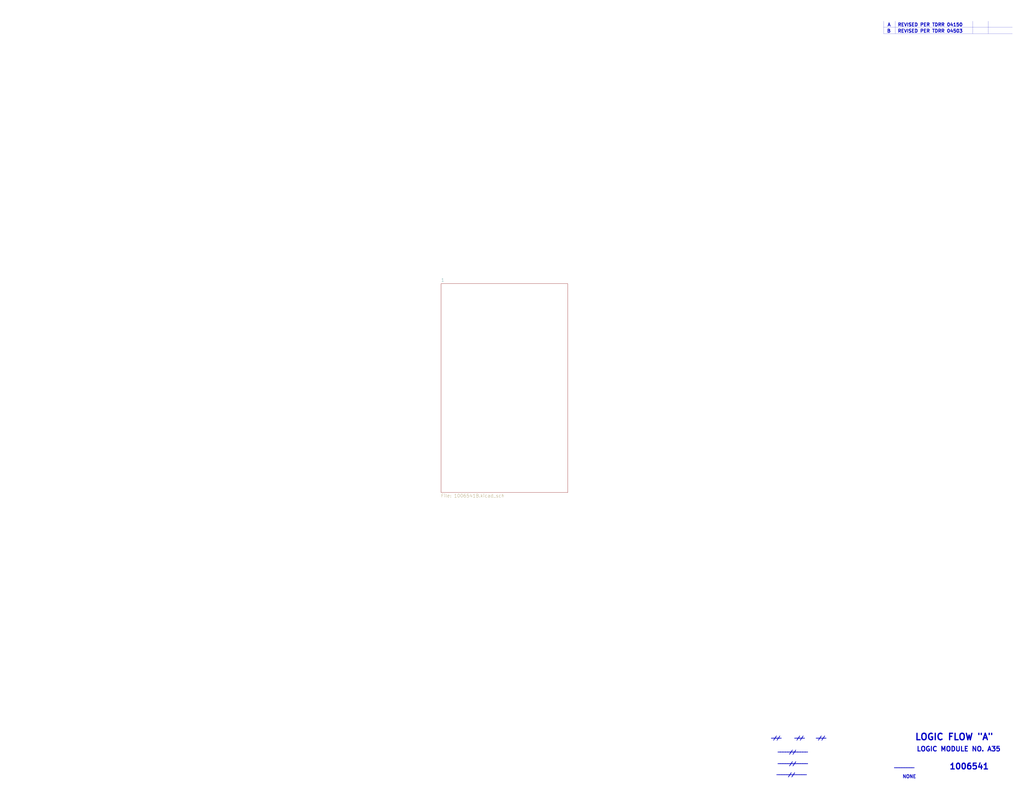
<source format=kicad_sch>
(kicad_sch (version 20211123) (generator eeschema)
  (paper "E")
  (lib_symbols)
  (polyline (pts (xy 964.311 36.703) (xy 1104.9 36.703)) (stroke (width 0) (type solid)))
  (polyline (pts (xy 964.311 29.718) (xy 1104.9 29.718)) (stroke (width 0) (type solid)))
  (polyline (pts (xy 964.311 23.114) (xy 964.311 36.703)) (stroke (width 0) (type solid)))
  (polyline (pts (xy 1078.611 23.114) (xy 1078.611 36.703)) (stroke (width 0) (type solid)))
  (polyline (pts (xy 1061.593 23.114) (xy 1061.593 36.703)) (stroke (width 0) (type solid)))
  (polyline (pts (xy 977.011 23.114) (xy 977.011 36.703)) (stroke (width 0) (type solid)))
  (text "____________" (at 882.015 821.69 180) (effects (font (size 3.556 3.556) (thickness 0.7112) bold) (justify right bottom)))
  (text "//" (at 868.045 848.36 180) (effects (font (size 3.556 3.556) (thickness 0.7112) bold) (justify right bottom)))
  (text "//" (at 892.429 808.228 0) (effects (font (size 3.556 3.556) (thickness 0.7112) bold) (justify left bottom)))
  (text "A   REVISED PER TDRR 04150" (at 968.375 29.21 0) (effects (font (size 3.556 3.556) (thickness 0.7112) bold) (justify left bottom)))
  (text "LOGIC FLOW \"A\"" (at 998.22 808.99 0) (effects (font (size 6.985 6.985) (thickness 1.397) bold) (justify left bottom)))
  (text "NONE" (at 1000.125 850.265 180) (effects (font (size 3.556 3.556) (thickness 0.7112) bold) (justify right bottom)))
  (text "____________" (at 880.745 846.455 180) (effects (font (size 3.556 3.556) (thickness 0.7112) bold) (justify right bottom)))
  (text "//" (at 843.534 808.228 0) (effects (font (size 3.556 3.556) (thickness 0.7112) bold) (justify left bottom)))
  (text "1006541" (at 1035.812 840.867 0) (effects (font (size 6.35 6.35) (thickness 1.27) bold) (justify left bottom)))
  (text "LOGIC MODULE NO. A35" (at 1000.125 821.055 0) (effects (font (size 5.08 5.08) (thickness 1.016) bold) (justify left bottom)))
  (text "____________" (at 882.015 834.39 180) (effects (font (size 3.556 3.556) (thickness 0.7112) bold) (justify right bottom)))
  (text "________" (at 998.22 838.835 180) (effects (font (size 3.556 3.556) (thickness 0.7112) bold) (justify right bottom)))
  (text "//" (at 868.934 808.228 0) (effects (font (size 3.556 3.556) (thickness 0.7112) bold) (justify left bottom)))
  (text "____" (at 890.27 806.577 0) (effects (font (size 3.556 3.556) (thickness 0.7112) bold) (justify left bottom)))
  (text "____" (at 841.375 806.577 0) (effects (font (size 3.556 3.556) (thickness 0.7112) bold) (justify left bottom)))
  (text "____" (at 866.775 806.577 0) (effects (font (size 3.556 3.556) (thickness 0.7112) bold) (justify left bottom)))
  (text "B   REVISED PER TDRR 04503" (at 967.867 36.068 0) (effects (font (size 3.556 3.556) (thickness 0.7112) bold) (justify left bottom)))
  (text "//" (at 869.315 823.595 180) (effects (font (size 3.556 3.556) (thickness 0.7112) bold) (justify right bottom)))
  (text "//" (at 869.315 836.295 180) (effects (font (size 3.556 3.556) (thickness 0.7112) bold) (justify right bottom)))
  (sheet (at 481.33 309.88) (size 138.43 227.965)
    (property "Sheet name" "1" (at 481.33 308.0254 0) (effects (font (size 3.556 3.556)) (justify left bottom)))
    (property "Sheet file" "1006541B.kicad_sch" (at 481.33 539.344 0) (effects (font (size 3.556 3.556)) (justify left top)))
  )
)
</source>
